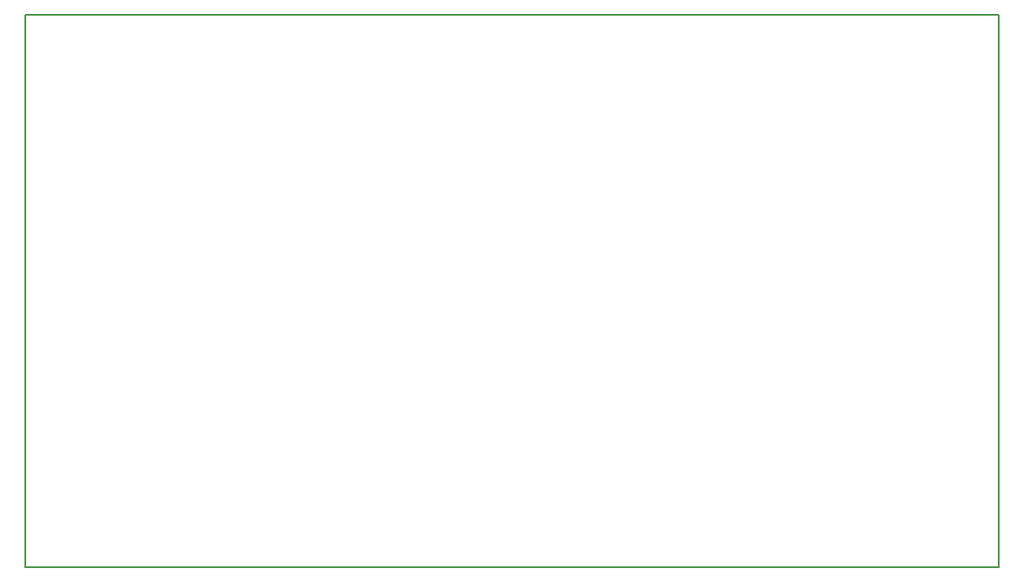
<source format=gbo>
G04 MADE WITH FRITZING*
G04 WWW.FRITZING.ORG*
G04 DOUBLE SIDED*
G04 HOLES PLATED*
G04 CONTOUR ON CENTER OF CONTOUR VECTOR*
%ASAXBY*%
%FSLAX23Y23*%
%MOIN*%
%OFA0B0*%
%SFA1.0B1.0*%
%ADD10R,3.731300X2.120570X3.715300X2.104570*%
%ADD11C,0.008000*%
%LNSILK0*%
G90*
G70*
G54D11*
X4Y2117D02*
X3727Y2117D01*
X3727Y4D01*
X4Y4D01*
X4Y2117D01*
D02*
G04 End of Silk0*
M02*
</source>
